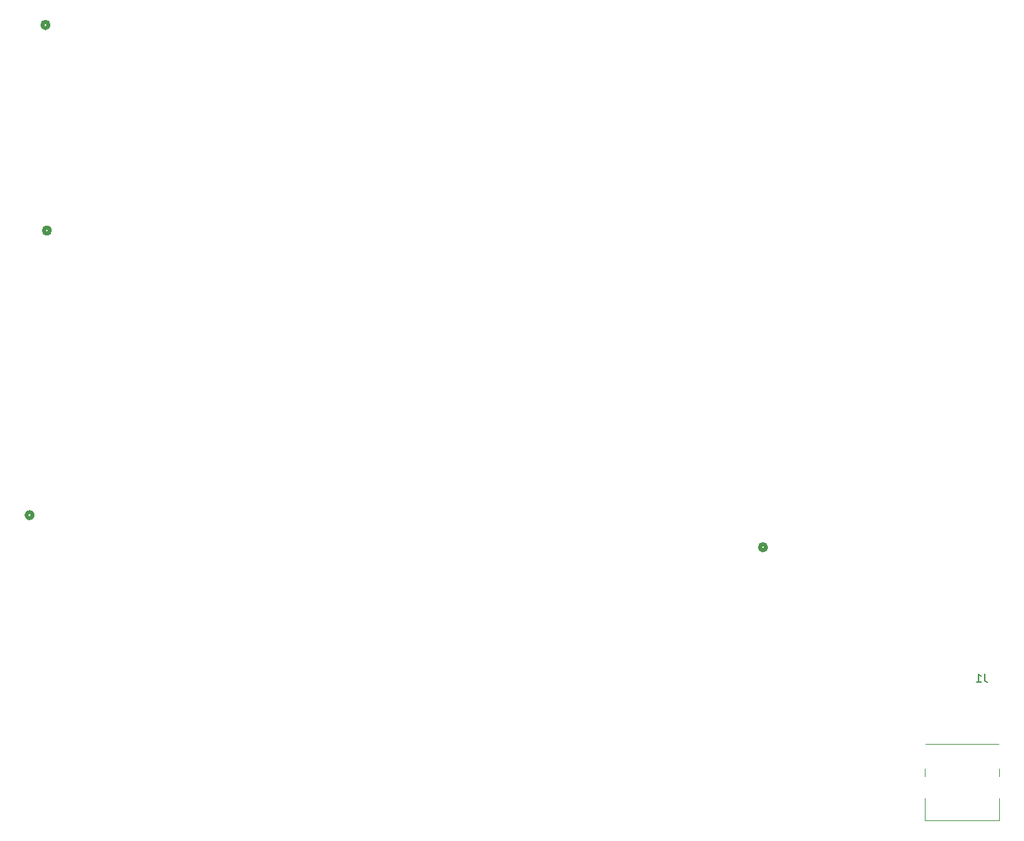
<source format=gbr>
%TF.GenerationSoftware,KiCad,Pcbnew,(6.0.7)*%
%TF.CreationDate,2024-02-27T11:31:56-06:00*%
%TF.ProjectId,StepperMotorController,53746570-7065-4724-9d6f-746f72436f6e,rev?*%
%TF.SameCoordinates,Original*%
%TF.FileFunction,Legend,Bot*%
%TF.FilePolarity,Positive*%
%FSLAX46Y46*%
G04 Gerber Fmt 4.6, Leading zero omitted, Abs format (unit mm)*
G04 Created by KiCad (PCBNEW (6.0.7)) date 2024-02-27 11:31:56*
%MOMM*%
%LPD*%
G01*
G04 APERTURE LIST*
%ADD10C,0.150000*%
%ADD11C,0.508000*%
%ADD12C,0.120000*%
G04 APERTURE END LIST*
D10*
%TO.C,J1*%
X289758333Y-221922380D02*
X289758333Y-222636666D01*
X289805952Y-222779523D01*
X289901190Y-222874761D01*
X290044047Y-222922380D01*
X290139285Y-222922380D01*
X288758333Y-222922380D02*
X289329761Y-222922380D01*
X289044047Y-222922380D02*
X289044047Y-221922380D01*
X289139285Y-222065238D01*
X289234523Y-222160476D01*
X289329761Y-222208095D01*
D11*
%TO.C,J6*%
X174849999Y-167400000D02*
G75*
G03*
X174849999Y-167400000I-381000J0D01*
G01*
%TO.C,SW2*%
X262898200Y-206366750D02*
G75*
G03*
X262898200Y-206366750I-381000J0D01*
G01*
%TO.C,SW1*%
X172723400Y-202420101D02*
G75*
G03*
X172723400Y-202420101I-381000J0D01*
G01*
%TO.C,J7*%
X174680500Y-142107500D02*
G75*
G03*
X174680500Y-142107500I-381000J0D01*
G01*
D12*
%TO.C,J1*%
X282380000Y-237250000D02*
X282380000Y-239980000D01*
X291570000Y-237250000D02*
X291570000Y-239980000D01*
X282380000Y-233650000D02*
X282380000Y-234550000D01*
X291570000Y-239980000D02*
X282380000Y-239980000D01*
X291450000Y-230570000D02*
X282500000Y-230570000D01*
X291570000Y-233650000D02*
X291570000Y-234550000D01*
%TD*%
M02*

</source>
